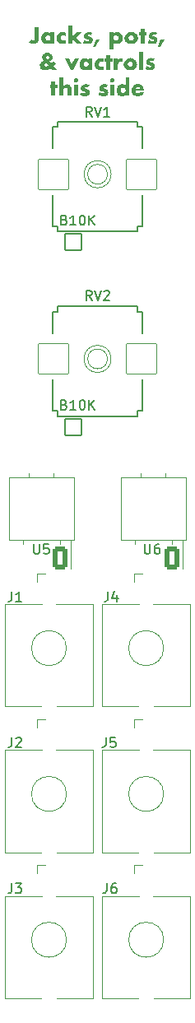
<source format=gbr>
%TF.GenerationSoftware,KiCad,Pcbnew,9.0.6*%
%TF.CreationDate,2025-12-14T16:09:08-05:00*%
%TF.ProjectId,active-vactrol-vca-board,61637469-7665-42d7-9661-6374726f6c2d,rev?*%
%TF.SameCoordinates,Original*%
%TF.FileFunction,Legend,Top*%
%TF.FilePolarity,Positive*%
%FSLAX46Y46*%
G04 Gerber Fmt 4.6, Leading zero omitted, Abs format (unit mm)*
G04 Created by KiCad (PCBNEW 9.0.6) date 2025-12-14 16:09:08*
%MOMM*%
%LPD*%
G01*
G04 APERTURE LIST*
G04 Aperture macros list*
%AMRoundRect*
0 Rectangle with rounded corners*
0 $1 Rounding radius*
0 $2 $3 $4 $5 $6 $7 $8 $9 X,Y pos of 4 corners*
0 Add a 4 corners polygon primitive as box body*
4,1,4,$2,$3,$4,$5,$6,$7,$8,$9,$2,$3,0*
0 Add four circle primitives for the rounded corners*
1,1,$1+$1,$2,$3*
1,1,$1+$1,$4,$5*
1,1,$1+$1,$6,$7*
1,1,$1+$1,$8,$9*
0 Add four rect primitives between the rounded corners*
20,1,$1+$1,$2,$3,$4,$5,0*
20,1,$1+$1,$4,$5,$6,$7,0*
20,1,$1+$1,$6,$7,$8,$9,0*
20,1,$1+$1,$8,$9,$2,$3,0*%
G04 Aperture macros list end*
%ADD10C,0.320000*%
%ADD11C,0.150000*%
%ADD12C,0.120000*%
%ADD13C,0.203200*%
%ADD14C,0.050800*%
%ADD15R,1.930000X1.830000*%
%ADD16C,2.130000*%
%ADD17RoundRect,0.076200X-0.825000X0.825000X-0.825000X-0.825000X0.825000X-0.825000X0.825000X0.825000X0*%
%ADD18C,1.802400*%
%ADD19RoundRect,0.076200X-1.558000X1.558000X-1.558000X-1.558000X1.558000X-1.558000X1.558000X1.558000X0*%
%ADD20RoundRect,0.249630X0.535370X-0.895370X0.535370X0.895370X-0.535370X0.895370X-0.535370X-0.895370X0*%
%ADD21O,1.570000X2.290000*%
%ADD22C,1.600000*%
%ADD23C,2.032000*%
G04 APERTURE END LIST*
D10*
G36*
X103948730Y-117860667D02*
G01*
X103948730Y-119035768D01*
X103940816Y-119172837D01*
X103930049Y-119233181D01*
X103915220Y-119280695D01*
X103880811Y-119349473D01*
X103835694Y-119412195D01*
X103781274Y-119467141D01*
X103718262Y-119513311D01*
X103648176Y-119550045D01*
X103569470Y-119578378D01*
X103486454Y-119596035D01*
X103398402Y-119602020D01*
X103294468Y-119592164D01*
X103200221Y-119563316D01*
X103113536Y-119515375D01*
X103032931Y-119446686D01*
X102957690Y-119354163D01*
X103244431Y-119060290D01*
X103263225Y-119131030D01*
X103293671Y-119181825D01*
X103336580Y-119215753D01*
X103387851Y-119226863D01*
X103438721Y-119216162D01*
X103475411Y-119185043D01*
X103500780Y-119127802D01*
X103511047Y-119031078D01*
X103511047Y-117860667D01*
X103948730Y-117860667D01*
G37*
G36*
X104902479Y-118373811D02*
G01*
X104995243Y-118402237D01*
X105078505Y-118448999D01*
X105153922Y-118515433D01*
X105153922Y-118401518D01*
X105560342Y-118401518D01*
X105560342Y-119552000D01*
X105153922Y-119552000D01*
X105153922Y-119424700D01*
X105083047Y-119496946D01*
X105002324Y-119547712D01*
X104909776Y-119578718D01*
X104802310Y-119589515D01*
X104680667Y-119577739D01*
X104571549Y-119543402D01*
X104472984Y-119487989D01*
X104387976Y-119414149D01*
X104318687Y-119324262D01*
X104265952Y-119218559D01*
X104233457Y-119102468D01*
X104222282Y-118973339D01*
X104641207Y-118973339D01*
X104646351Y-119028186D01*
X104661430Y-119078168D01*
X104685521Y-119123787D01*
X104716532Y-119162774D01*
X104754554Y-119194739D01*
X104799770Y-119219145D01*
X104849643Y-119234227D01*
X104904306Y-119239369D01*
X104957018Y-119234278D01*
X105006594Y-119219145D01*
X105051792Y-119194734D01*
X105089735Y-119162774D01*
X105121131Y-119124006D01*
X105146008Y-119079341D01*
X105162005Y-119030534D01*
X105167404Y-118977931D01*
X105162025Y-118925005D01*
X105146008Y-118875251D01*
X105121056Y-118829616D01*
X105089735Y-118790743D01*
X105051789Y-118758805D01*
X105006594Y-118734470D01*
X104957014Y-118719263D01*
X104904306Y-118714149D01*
X104849647Y-118719314D01*
X104799770Y-118734470D01*
X104754557Y-118758801D01*
X104716532Y-118790743D01*
X104685398Y-118829311D01*
X104661430Y-118873102D01*
X104646348Y-118920847D01*
X104641207Y-118973339D01*
X104222282Y-118973339D01*
X104233003Y-118852222D01*
X104264780Y-118738378D01*
X104316154Y-118633480D01*
X104383482Y-118543960D01*
X104466592Y-118469659D01*
X104564906Y-118412362D01*
X104636537Y-118385799D01*
X104713833Y-118369565D01*
X104797816Y-118364002D01*
X104902479Y-118373811D01*
G37*
G36*
X106704571Y-118773744D02*
G01*
X106631393Y-118732678D01*
X106560437Y-118709257D01*
X106490321Y-118701644D01*
X106433122Y-118706790D01*
X106380900Y-118721867D01*
X106333162Y-118746412D01*
X106291800Y-118779313D01*
X106257815Y-118819742D01*
X106232010Y-118867240D01*
X106216146Y-118920082D01*
X106210614Y-118981057D01*
X106216094Y-119039987D01*
X106232010Y-119092530D01*
X106257601Y-119140087D01*
X106290726Y-119180360D01*
X106331282Y-119213086D01*
X106379728Y-119237806D01*
X106432963Y-119252981D01*
X106490321Y-119258127D01*
X106564336Y-119249580D01*
X106635215Y-119223803D01*
X106704571Y-119179285D01*
X106704571Y-119524547D01*
X106602742Y-119561632D01*
X106508200Y-119582744D01*
X106419686Y-119589515D01*
X106296678Y-119578749D01*
X106180816Y-119546822D01*
X106073956Y-119494634D01*
X105981221Y-119424309D01*
X105903899Y-119337034D01*
X105843273Y-119233116D01*
X105814992Y-119157322D01*
X105797650Y-119074896D01*
X105791689Y-118984672D01*
X105797375Y-118894209D01*
X105813955Y-118810959D01*
X105841026Y-118733884D01*
X105899697Y-118627685D01*
X105975555Y-118538294D01*
X106068138Y-118465732D01*
X106178569Y-118410115D01*
X106299615Y-118375701D01*
X106430823Y-118364002D01*
X106528048Y-118371151D01*
X106618900Y-118392194D01*
X106704571Y-118427017D01*
X106704571Y-118773744D01*
G37*
G36*
X107395485Y-117688720D02*
G01*
X107395485Y-118816438D01*
X107821054Y-118401518D01*
X108376560Y-118401518D01*
X107800830Y-118932990D01*
X108410167Y-119552000D01*
X107841179Y-119552000D01*
X107395485Y-119083249D01*
X107395485Y-119552000D01*
X106989065Y-119552000D01*
X106989065Y-117688720D01*
X107395485Y-117688720D01*
G37*
G36*
X109348451Y-118697540D02*
G01*
X109271982Y-118664347D01*
X109198919Y-118645298D01*
X109128241Y-118639117D01*
X109075616Y-118645183D01*
X109037188Y-118661588D01*
X109010913Y-118688323D01*
X109002407Y-118722258D01*
X109007976Y-118754791D01*
X109032694Y-118778336D01*
X109088869Y-118798657D01*
X109186567Y-118821127D01*
X109295564Y-118851689D01*
X109377666Y-118892150D01*
X109438234Y-118941197D01*
X109483880Y-119003157D01*
X109511657Y-119075862D01*
X109521375Y-119162383D01*
X109511006Y-119259604D01*
X109481026Y-119344198D01*
X109432827Y-119418551D01*
X109368869Y-119480094D01*
X109291505Y-119528101D01*
X109196239Y-119565384D01*
X109092286Y-119587905D01*
X108974368Y-119595768D01*
X108860280Y-119587849D01*
X108746317Y-119563907D01*
X108631490Y-119523231D01*
X108514899Y-119464561D01*
X108662617Y-119178308D01*
X108780800Y-119246369D01*
X108887854Y-119283849D01*
X108986678Y-119295642D01*
X109039363Y-119289029D01*
X109078904Y-119270827D01*
X109106264Y-119242072D01*
X109114955Y-119207715D01*
X109109288Y-119170492D01*
X109085645Y-119143430D01*
X109032791Y-119120960D01*
X108941737Y-119099466D01*
X108817659Y-119066076D01*
X108732846Y-119027534D01*
X108677564Y-118985649D01*
X108636816Y-118930956D01*
X108611366Y-118862726D01*
X108602240Y-118777066D01*
X108611480Y-118683603D01*
X108638095Y-118602383D01*
X108681822Y-118530604D01*
X108741263Y-118470590D01*
X108814038Y-118423417D01*
X108903733Y-118387157D01*
X109002334Y-118365392D01*
X109115736Y-118357750D01*
X109241234Y-118365970D01*
X109364197Y-118390599D01*
X109485617Y-118432000D01*
X109348451Y-118697540D01*
G37*
G36*
X109849832Y-119120569D02*
G01*
X110230558Y-119120569D01*
X109818472Y-119864630D01*
X109558597Y-119864630D01*
X109849832Y-119120569D01*
G37*
G36*
X112085799Y-118369486D02*
G01*
X112161850Y-118385644D01*
X112233936Y-118412362D01*
X112333283Y-118469609D01*
X112418192Y-118543960D01*
X112487372Y-118633778D01*
X112540021Y-118739550D01*
X112572534Y-118854969D01*
X112583594Y-118980178D01*
X112572491Y-119105003D01*
X112540021Y-119218559D01*
X112487757Y-119322449D01*
X112419365Y-119411902D01*
X112335471Y-119485954D01*
X112237257Y-119542327D01*
X112128755Y-119577527D01*
X112009428Y-119589515D01*
X111904850Y-119579919D01*
X111811828Y-119552089D01*
X111728068Y-119506323D01*
X111651954Y-119441406D01*
X111651954Y-120127240D01*
X111245534Y-120127240D01*
X111245534Y-118977931D01*
X111640719Y-118977931D01*
X111645785Y-119030599D01*
X111660747Y-119079341D01*
X111684736Y-119123701D01*
X111716239Y-119161602D01*
X111754610Y-119193017D01*
X111799574Y-119217973D01*
X111848611Y-119233998D01*
X111900593Y-119239369D01*
X111952632Y-119234250D01*
X112000635Y-119219145D01*
X112044365Y-119194817D01*
X112081724Y-119162774D01*
X112112667Y-119124029D01*
X112137216Y-119079341D01*
X112153119Y-119030843D01*
X112158416Y-118980178D01*
X112153630Y-118927141D01*
X112139463Y-118877498D01*
X112116343Y-118832007D01*
X112085045Y-118792990D01*
X112046678Y-118760724D01*
X112001807Y-118735545D01*
X111952471Y-118719574D01*
X111898541Y-118714149D01*
X111846493Y-118719289D01*
X111798402Y-118734470D01*
X111754740Y-118758712D01*
X111717313Y-118790743D01*
X111686367Y-118829600D01*
X111661724Y-118875251D01*
X111646003Y-118924986D01*
X111640719Y-118977931D01*
X111245534Y-118977931D01*
X111245534Y-118401518D01*
X111651954Y-118401518D01*
X111651954Y-118528817D01*
X111722634Y-118456679D01*
X111803481Y-118405906D01*
X111896524Y-118374838D01*
X112004934Y-118364002D01*
X112085799Y-118369486D01*
G37*
G36*
X113604186Y-118369542D02*
G01*
X113734368Y-118403863D01*
X113853488Y-118459536D01*
X113953601Y-118531944D01*
X114010917Y-118590123D01*
X114058872Y-118655041D01*
X114097899Y-118727338D01*
X114126179Y-118804452D01*
X114143464Y-118887624D01*
X114149386Y-118977931D01*
X114143337Y-119068123D01*
X114125670Y-119151256D01*
X114096727Y-119228427D01*
X114034231Y-119334179D01*
X113952428Y-119423821D01*
X113888293Y-119473643D01*
X113815203Y-119515997D01*
X113732121Y-119550827D01*
X113599772Y-119584270D01*
X113453587Y-119595768D01*
X113309725Y-119584245D01*
X113180523Y-119550827D01*
X113099785Y-119516023D01*
X113028153Y-119473341D01*
X112964710Y-119422746D01*
X112908844Y-119363909D01*
X112861595Y-119297871D01*
X112822659Y-119223933D01*
X112794442Y-119145323D01*
X112777124Y-119059927D01*
X112771602Y-118973339D01*
X113198988Y-118973339D01*
X113204423Y-119029995D01*
X113220188Y-119080220D01*
X113244998Y-119125790D01*
X113276071Y-119164630D01*
X113313875Y-119196588D01*
X113358723Y-119220904D01*
X113407996Y-119236039D01*
X113460328Y-119241127D01*
X113512646Y-119236037D01*
X113561835Y-119220904D01*
X113606747Y-119196577D01*
X113644487Y-119164630D01*
X113675616Y-119125779D01*
X113700370Y-119080220D01*
X113716187Y-119030288D01*
X113721570Y-118975586D01*
X113716243Y-118922919D01*
X113700370Y-118873297D01*
X113675616Y-118827739D01*
X113644487Y-118788887D01*
X113606747Y-118756941D01*
X113561835Y-118732614D01*
X113512646Y-118717481D01*
X113460328Y-118712390D01*
X113407996Y-118717478D01*
X113358723Y-118732614D01*
X113313875Y-118756930D01*
X113276071Y-118788887D01*
X113244934Y-118827558D01*
X113220188Y-118872223D01*
X113204342Y-118920840D01*
X113198988Y-118973339D01*
X112771602Y-118973339D01*
X112771172Y-118966598D01*
X112776995Y-118882363D01*
X112794182Y-118802906D01*
X112822659Y-118727338D01*
X112884153Y-118623502D01*
X112965785Y-118534191D01*
X113064968Y-118461572D01*
X113183943Y-118404937D01*
X113269398Y-118379059D01*
X113361189Y-118363187D01*
X113460230Y-118357750D01*
X113604186Y-118369542D01*
G37*
G36*
X114839225Y-118739159D02*
G01*
X114839225Y-119552000D01*
X114432805Y-119552000D01*
X114432805Y-118739159D01*
X114301500Y-118739159D01*
X114301500Y-118401518D01*
X114432805Y-118401518D01*
X114432805Y-118057624D01*
X114839225Y-118057624D01*
X114839225Y-118401518D01*
X115070572Y-118401518D01*
X115070572Y-118739159D01*
X114839225Y-118739159D01*
G37*
G36*
X115999672Y-118697540D02*
G01*
X115923203Y-118664347D01*
X115850140Y-118645298D01*
X115779463Y-118639117D01*
X115726837Y-118645183D01*
X115688409Y-118661588D01*
X115662134Y-118688323D01*
X115653629Y-118722258D01*
X115659197Y-118754791D01*
X115683915Y-118778336D01*
X115740091Y-118798657D01*
X115837788Y-118821127D01*
X115946785Y-118851689D01*
X116028887Y-118892150D01*
X116089456Y-118941197D01*
X116135101Y-119003157D01*
X116162878Y-119075862D01*
X116172596Y-119162383D01*
X116162227Y-119259604D01*
X116132247Y-119344198D01*
X116084049Y-119418551D01*
X116020091Y-119480094D01*
X115942726Y-119528101D01*
X115847460Y-119565384D01*
X115743507Y-119587905D01*
X115625590Y-119595768D01*
X115511501Y-119587849D01*
X115397538Y-119563907D01*
X115282711Y-119523231D01*
X115166120Y-119464561D01*
X115313838Y-119178308D01*
X115432021Y-119246369D01*
X115539075Y-119283849D01*
X115637899Y-119295642D01*
X115690584Y-119289029D01*
X115730125Y-119270827D01*
X115757485Y-119242072D01*
X115766176Y-119207715D01*
X115760509Y-119170492D01*
X115736867Y-119143430D01*
X115684012Y-119120960D01*
X115592959Y-119099466D01*
X115468881Y-119066076D01*
X115384067Y-119027534D01*
X115328786Y-118985649D01*
X115288037Y-118930956D01*
X115262587Y-118862726D01*
X115253461Y-118777066D01*
X115262701Y-118683603D01*
X115289316Y-118602383D01*
X115333043Y-118530604D01*
X115392484Y-118470590D01*
X115465260Y-118423417D01*
X115554955Y-118387157D01*
X115653555Y-118365392D01*
X115766957Y-118357750D01*
X115892455Y-118365970D01*
X116015418Y-118390599D01*
X116136839Y-118432000D01*
X115999672Y-118697540D01*
G37*
G36*
X116501054Y-119120569D02*
G01*
X116881779Y-119120569D01*
X116469693Y-119864630D01*
X116209818Y-119864630D01*
X116501054Y-119120569D01*
G37*
G36*
X104941885Y-120510725D02*
G01*
X105041667Y-120536650D01*
X105132748Y-120578951D01*
X105209218Y-120634347D01*
X105272282Y-120702777D01*
X105319323Y-120781577D01*
X105348703Y-120868766D01*
X105358695Y-120964661D01*
X105354574Y-121030246D01*
X105342868Y-121087173D01*
X105321878Y-121140106D01*
X105289721Y-121190537D01*
X105248054Y-121236536D01*
X105192610Y-121282665D01*
X105128543Y-121325060D01*
X105044696Y-121371472D01*
X105258751Y-121595980D01*
X105385480Y-121467127D01*
X105479644Y-121353496D01*
X105728283Y-121593440D01*
X105642016Y-121697683D01*
X105531130Y-121808569D01*
X105497620Y-121840027D01*
X105873852Y-122242735D01*
X105327041Y-122242735D01*
X105177955Y-122087397D01*
X105019788Y-122180376D01*
X104871667Y-122242823D01*
X104731683Y-122278501D01*
X104597829Y-122290020D01*
X104482519Y-122280754D01*
X104380649Y-122254068D01*
X104288037Y-122210346D01*
X104210460Y-122153049D01*
X104146630Y-122082053D01*
X104098402Y-121999176D01*
X104068406Y-121907144D01*
X104058150Y-121804954D01*
X104063548Y-121732365D01*
X104514591Y-121732365D01*
X104518527Y-121767123D01*
X104530125Y-121798604D01*
X104548513Y-121826638D01*
X104572428Y-121850188D01*
X104633587Y-121883796D01*
X104669057Y-121892960D01*
X104708129Y-121896106D01*
X104780348Y-121888454D01*
X104856203Y-121864570D01*
X104937229Y-121822149D01*
X104672568Y-121534822D01*
X104594868Y-121591546D01*
X104547380Y-121642368D01*
X104522333Y-121688634D01*
X104514591Y-121732365D01*
X104063548Y-121732365D01*
X104064927Y-121713826D01*
X104083942Y-121637599D01*
X104118033Y-121567561D01*
X104172554Y-121497306D01*
X104222404Y-121449143D01*
X104276894Y-121408597D01*
X104417090Y-121333272D01*
X104464277Y-121310900D01*
X104434577Y-121277194D01*
X104372831Y-121190052D01*
X104332164Y-121109883D01*
X104309307Y-121035288D01*
X104302002Y-120964759D01*
X104304291Y-120943265D01*
X104720928Y-120943265D01*
X104731427Y-120993968D01*
X104770271Y-121065850D01*
X104852526Y-121167773D01*
X104927075Y-121113745D01*
X104974234Y-121061308D01*
X105000192Y-121009580D01*
X105008548Y-120956748D01*
X104998197Y-120898014D01*
X104967320Y-120847913D01*
X104937272Y-120822376D01*
X104902480Y-120807161D01*
X104861416Y-120801898D01*
X104805889Y-120812152D01*
X104761081Y-120842344D01*
X104731128Y-120887345D01*
X104720928Y-120943265D01*
X104304291Y-120943265D01*
X104312226Y-120868750D01*
X104342449Y-120780502D01*
X104390535Y-120700895D01*
X104453726Y-120633272D01*
X104530118Y-120578722D01*
X104621277Y-120536650D01*
X104720773Y-120510681D01*
X104830349Y-120501772D01*
X104941885Y-120510725D01*
G37*
G36*
X107091158Y-121089518D02*
G01*
X107364515Y-121679316D01*
X107642268Y-121089518D01*
X108094703Y-121089518D01*
X107496601Y-122240000D01*
X107225589Y-122240000D01*
X106634229Y-121089518D01*
X107091158Y-121089518D01*
G37*
G36*
X108811927Y-121061811D02*
G01*
X108904691Y-121090237D01*
X108987954Y-121136999D01*
X109063370Y-121203433D01*
X109063370Y-121089518D01*
X109469790Y-121089518D01*
X109469790Y-122240000D01*
X109063370Y-122240000D01*
X109063370Y-122112700D01*
X108992495Y-122184946D01*
X108911772Y-122235712D01*
X108819225Y-122266718D01*
X108711758Y-122277515D01*
X108590115Y-122265739D01*
X108480998Y-122231402D01*
X108382432Y-122175989D01*
X108297425Y-122102149D01*
X108228136Y-122012262D01*
X108175401Y-121906559D01*
X108142906Y-121790468D01*
X108131730Y-121661339D01*
X108550656Y-121661339D01*
X108555799Y-121716186D01*
X108570879Y-121766168D01*
X108594970Y-121811787D01*
X108625980Y-121850774D01*
X108664002Y-121882739D01*
X108709218Y-121907145D01*
X108759091Y-121922227D01*
X108813754Y-121927369D01*
X108866467Y-121922278D01*
X108916043Y-121907145D01*
X108961241Y-121882734D01*
X108999183Y-121850774D01*
X109030579Y-121812006D01*
X109055457Y-121767341D01*
X109071453Y-121718534D01*
X109076852Y-121665931D01*
X109071473Y-121613005D01*
X109055457Y-121563251D01*
X109030504Y-121517616D01*
X108999183Y-121478743D01*
X108961237Y-121446805D01*
X108916043Y-121422470D01*
X108866462Y-121407263D01*
X108813754Y-121402149D01*
X108759096Y-121407314D01*
X108709218Y-121422470D01*
X108664006Y-121446801D01*
X108625980Y-121478743D01*
X108594846Y-121517311D01*
X108570879Y-121561102D01*
X108555797Y-121608847D01*
X108550656Y-121661339D01*
X108131730Y-121661339D01*
X108142452Y-121540222D01*
X108174229Y-121426378D01*
X108225603Y-121321480D01*
X108292931Y-121231960D01*
X108376041Y-121157659D01*
X108474354Y-121100362D01*
X108545985Y-121073799D01*
X108623282Y-121057565D01*
X108707264Y-121052002D01*
X108811927Y-121061811D01*
G37*
G36*
X110614019Y-121461744D02*
G01*
X110540841Y-121420678D01*
X110469886Y-121397257D01*
X110399769Y-121389644D01*
X110342570Y-121394790D01*
X110290349Y-121409867D01*
X110242610Y-121434412D01*
X110201249Y-121467313D01*
X110167264Y-121507742D01*
X110141458Y-121555240D01*
X110125594Y-121608082D01*
X110120062Y-121669057D01*
X110125542Y-121727987D01*
X110141458Y-121780530D01*
X110167050Y-121828087D01*
X110200174Y-121868360D01*
X110240730Y-121901086D01*
X110289176Y-121925806D01*
X110342411Y-121940981D01*
X110399769Y-121946127D01*
X110473784Y-121937580D01*
X110544664Y-121911803D01*
X110614019Y-121867285D01*
X110614019Y-122212547D01*
X110512191Y-122249632D01*
X110417648Y-122270744D01*
X110329134Y-122277515D01*
X110206127Y-122266749D01*
X110090265Y-122234822D01*
X109983405Y-122182634D01*
X109890670Y-122112309D01*
X109813348Y-122025034D01*
X109752721Y-121921116D01*
X109724441Y-121845322D01*
X109707098Y-121762896D01*
X109701137Y-121672672D01*
X109706823Y-121582209D01*
X109723403Y-121498959D01*
X109750474Y-121421884D01*
X109809146Y-121315685D01*
X109885003Y-121226294D01*
X109977586Y-121153732D01*
X110088018Y-121098115D01*
X110209064Y-121063701D01*
X110340272Y-121052002D01*
X110437497Y-121059151D01*
X110528348Y-121080194D01*
X110614019Y-121115017D01*
X110614019Y-121461744D01*
G37*
G36*
X111292428Y-121427159D02*
G01*
X111292428Y-122240000D01*
X110886008Y-122240000D01*
X110886008Y-121427159D01*
X110754703Y-121427159D01*
X110754703Y-121089518D01*
X110886008Y-121089518D01*
X110886008Y-120745624D01*
X111292428Y-120745624D01*
X111292428Y-121089518D01*
X111523775Y-121089518D01*
X111523775Y-121427159D01*
X111292428Y-121427159D01*
G37*
G36*
X111676964Y-121089518D02*
G01*
X112083384Y-121089518D01*
X112083384Y-121279148D01*
X112130871Y-121214012D01*
X112183688Y-121161362D01*
X112242142Y-121119902D01*
X112306860Y-121089634D01*
X112379426Y-121070983D01*
X112461472Y-121064508D01*
X112496155Y-121064508D01*
X112539825Y-121069099D01*
X112539825Y-121459399D01*
X112456330Y-121429315D01*
X112365240Y-121419148D01*
X112275051Y-121429466D01*
X112206299Y-121457849D01*
X112153824Y-121503070D01*
X112116684Y-121563035D01*
X112092383Y-121642752D01*
X112083384Y-121747997D01*
X112083384Y-122240000D01*
X111676964Y-122240000D01*
X111676964Y-121089518D01*
G37*
G36*
X113518212Y-121057542D02*
G01*
X113648395Y-121091863D01*
X113767515Y-121147536D01*
X113867627Y-121219944D01*
X113924943Y-121278123D01*
X113972899Y-121343041D01*
X114011926Y-121415338D01*
X114040205Y-121492452D01*
X114057490Y-121575624D01*
X114063412Y-121665931D01*
X114057364Y-121756123D01*
X114039696Y-121839256D01*
X114010753Y-121916427D01*
X113948258Y-122022179D01*
X113866455Y-122111821D01*
X113802319Y-122161643D01*
X113729229Y-122203997D01*
X113646148Y-122238827D01*
X113513798Y-122272270D01*
X113367613Y-122283768D01*
X113223751Y-122272245D01*
X113094550Y-122238827D01*
X113013811Y-122204023D01*
X112942179Y-122161341D01*
X112878737Y-122110746D01*
X112822871Y-122051909D01*
X112775621Y-121985871D01*
X112736685Y-121911933D01*
X112708468Y-121833323D01*
X112691151Y-121747927D01*
X112685629Y-121661339D01*
X113113014Y-121661339D01*
X113118449Y-121717995D01*
X113134215Y-121768220D01*
X113159025Y-121813790D01*
X113190097Y-121852630D01*
X113227902Y-121884588D01*
X113272749Y-121908904D01*
X113322022Y-121924039D01*
X113374354Y-121929127D01*
X113426673Y-121924037D01*
X113475861Y-121908904D01*
X113520773Y-121884577D01*
X113558513Y-121852630D01*
X113589642Y-121813779D01*
X113614396Y-121768220D01*
X113630214Y-121718288D01*
X113635596Y-121663586D01*
X113630269Y-121610919D01*
X113614396Y-121561297D01*
X113589642Y-121515739D01*
X113558513Y-121476887D01*
X113520773Y-121444941D01*
X113475861Y-121420614D01*
X113426673Y-121405481D01*
X113374354Y-121400390D01*
X113322022Y-121405478D01*
X113272749Y-121420614D01*
X113227902Y-121444930D01*
X113190097Y-121476887D01*
X113158961Y-121515558D01*
X113134215Y-121560223D01*
X113118368Y-121608840D01*
X113113014Y-121661339D01*
X112685629Y-121661339D01*
X112685199Y-121654598D01*
X112691021Y-121570363D01*
X112708208Y-121490906D01*
X112736685Y-121415338D01*
X112798179Y-121311502D01*
X112879811Y-121222191D01*
X112978994Y-121149572D01*
X113097969Y-121092937D01*
X113183424Y-121067059D01*
X113275215Y-121051187D01*
X113374256Y-121045750D01*
X113518212Y-121057542D01*
G37*
G36*
X114703231Y-120376720D02*
G01*
X114703231Y-122240000D01*
X114296811Y-122240000D01*
X114296811Y-120376720D01*
X114703231Y-120376720D01*
G37*
G36*
X115744878Y-121385540D02*
G01*
X115668409Y-121352347D01*
X115595346Y-121333298D01*
X115524668Y-121327117D01*
X115472043Y-121333183D01*
X115433614Y-121349588D01*
X115407340Y-121376323D01*
X115398834Y-121410258D01*
X115404403Y-121442791D01*
X115429120Y-121466336D01*
X115485296Y-121486657D01*
X115582993Y-121509127D01*
X115691990Y-121539689D01*
X115774092Y-121580150D01*
X115834661Y-121629197D01*
X115880307Y-121691157D01*
X115908084Y-121763862D01*
X115917801Y-121850383D01*
X115907433Y-121947604D01*
X115877453Y-122032198D01*
X115829254Y-122106551D01*
X115765296Y-122168094D01*
X115687932Y-122216101D01*
X115592665Y-122253384D01*
X115488713Y-122275905D01*
X115370795Y-122283768D01*
X115256707Y-122275849D01*
X115142743Y-122251907D01*
X115027917Y-122211231D01*
X114911326Y-122152561D01*
X115059044Y-121866308D01*
X115177227Y-121934369D01*
X115284281Y-121971849D01*
X115383105Y-121983642D01*
X115435790Y-121977029D01*
X115475331Y-121958827D01*
X115502691Y-121930072D01*
X115511381Y-121895715D01*
X115505715Y-121858492D01*
X115482072Y-121831430D01*
X115429218Y-121808960D01*
X115338164Y-121787466D01*
X115214086Y-121754076D01*
X115129273Y-121715534D01*
X115073991Y-121673649D01*
X115033243Y-121618956D01*
X115007793Y-121550726D01*
X114998667Y-121465066D01*
X115007907Y-121371603D01*
X115034522Y-121290383D01*
X115078249Y-121218604D01*
X115137690Y-121158590D01*
X115210465Y-121111417D01*
X115300160Y-121075157D01*
X115398761Y-121053392D01*
X115512163Y-121045750D01*
X115637661Y-121053970D01*
X115760624Y-121078599D01*
X115882044Y-121120000D01*
X115744878Y-121385540D01*
G37*
G36*
X105658820Y-124115159D02*
G01*
X105658820Y-124928000D01*
X105252400Y-124928000D01*
X105252400Y-124115159D01*
X105121095Y-124115159D01*
X105121095Y-123777518D01*
X105252400Y-123777518D01*
X105252400Y-123433624D01*
X105658820Y-123433624D01*
X105658820Y-123777518D01*
X105890167Y-123777518D01*
X105890167Y-124115159D01*
X105658820Y-124115159D01*
G37*
G36*
X106094941Y-123064720D02*
G01*
X106501361Y-123064720D01*
X106501361Y-123924064D01*
X106560408Y-123860374D01*
X106616143Y-123815978D01*
X106669302Y-123787483D01*
X106759041Y-123761738D01*
X106868800Y-123752508D01*
X106977159Y-123761053D01*
X107065626Y-123784830D01*
X107137955Y-123822090D01*
X107196964Y-123872577D01*
X107244090Y-123935424D01*
X107278575Y-124008937D01*
X107300272Y-124095161D01*
X107307948Y-124196736D01*
X107307948Y-124928000D01*
X106901528Y-124928000D01*
X106901528Y-124348362D01*
X106897742Y-124265330D01*
X106888046Y-124207483D01*
X106869424Y-124158543D01*
X106843301Y-124124636D01*
X106805305Y-124098651D01*
X106762588Y-124083027D01*
X106713754Y-124077644D01*
X106647878Y-124085122D01*
X106596440Y-124105884D01*
X106556071Y-124139193D01*
X106526951Y-124183352D01*
X106508217Y-124240650D01*
X106501361Y-124314852D01*
X106501361Y-124928000D01*
X106094941Y-124928000D01*
X106094941Y-123064720D01*
G37*
G36*
X107987920Y-123777518D02*
G01*
X107987920Y-124928000D01*
X107581500Y-124928000D01*
X107581500Y-123777518D01*
X107987920Y-123777518D01*
G37*
G36*
X107556490Y-123336709D02*
G01*
X107561006Y-123290904D01*
X107574368Y-123248390D01*
X107595724Y-123209396D01*
X107623608Y-123175606D01*
X107657409Y-123147667D01*
X107696392Y-123126367D01*
X107738976Y-123113000D01*
X107784710Y-123108488D01*
X107830515Y-123113004D01*
X107873028Y-123126367D01*
X107911994Y-123147671D01*
X107945715Y-123175606D01*
X107973654Y-123209407D01*
X107994954Y-123248390D01*
X108008391Y-123290908D01*
X108012931Y-123336709D01*
X108008393Y-123382523D01*
X107994954Y-123425124D01*
X107973660Y-123464026D01*
X107945715Y-123497811D01*
X107912005Y-123525690D01*
X107873028Y-123547050D01*
X107830515Y-123560413D01*
X107784710Y-123564929D01*
X107738976Y-123560417D01*
X107696392Y-123547050D01*
X107657398Y-123525694D01*
X107623608Y-123497811D01*
X107595719Y-123464036D01*
X107574368Y-123425124D01*
X107561004Y-123382527D01*
X107556490Y-123336709D01*
G37*
G36*
X109029567Y-124073540D02*
G01*
X108953098Y-124040347D01*
X108880036Y-124021298D01*
X108809358Y-124015117D01*
X108756732Y-124021183D01*
X108718304Y-124037588D01*
X108692030Y-124064323D01*
X108683524Y-124098258D01*
X108689093Y-124130791D01*
X108713810Y-124154336D01*
X108769986Y-124174657D01*
X108867683Y-124197127D01*
X108976680Y-124227689D01*
X109058782Y-124268150D01*
X109119351Y-124317197D01*
X109164996Y-124379157D01*
X109192774Y-124451862D01*
X109202491Y-124538383D01*
X109192123Y-124635604D01*
X109162142Y-124720198D01*
X109113944Y-124794551D01*
X109049986Y-124856094D01*
X108972622Y-124904101D01*
X108877355Y-124941384D01*
X108773403Y-124963905D01*
X108655485Y-124971768D01*
X108541396Y-124963849D01*
X108427433Y-124939907D01*
X108312606Y-124899231D01*
X108196015Y-124840561D01*
X108343733Y-124554308D01*
X108461917Y-124622369D01*
X108568970Y-124659849D01*
X108667795Y-124671642D01*
X108720480Y-124665029D01*
X108760021Y-124646827D01*
X108787380Y-124618072D01*
X108796071Y-124583715D01*
X108790405Y-124546492D01*
X108766762Y-124519430D01*
X108713908Y-124496960D01*
X108622854Y-124475466D01*
X108498776Y-124442076D01*
X108413962Y-124403534D01*
X108358681Y-124361649D01*
X108317932Y-124306956D01*
X108292483Y-124238726D01*
X108283356Y-124153066D01*
X108292596Y-124059603D01*
X108319211Y-123978383D01*
X108362938Y-123906604D01*
X108422379Y-123846590D01*
X108495155Y-123799417D01*
X108584850Y-123763157D01*
X108683450Y-123741392D01*
X108796853Y-123733750D01*
X108922351Y-123741970D01*
X109045314Y-123766599D01*
X109166734Y-123808000D01*
X109029567Y-124073540D01*
G37*
G36*
X110930363Y-124073540D02*
G01*
X110853894Y-124040347D01*
X110780831Y-124021298D01*
X110710153Y-124015117D01*
X110657528Y-124021183D01*
X110619100Y-124037588D01*
X110592825Y-124064323D01*
X110584319Y-124098258D01*
X110589888Y-124130791D01*
X110614606Y-124154336D01*
X110670781Y-124174657D01*
X110768479Y-124197127D01*
X110877476Y-124227689D01*
X110959578Y-124268150D01*
X111020146Y-124317197D01*
X111065792Y-124379157D01*
X111093569Y-124451862D01*
X111103287Y-124538383D01*
X111092918Y-124635604D01*
X111062938Y-124720198D01*
X111014739Y-124794551D01*
X110950781Y-124856094D01*
X110873417Y-124904101D01*
X110778151Y-124941384D01*
X110674198Y-124963905D01*
X110556280Y-124971768D01*
X110442192Y-124963849D01*
X110328229Y-124939907D01*
X110213402Y-124899231D01*
X110096811Y-124840561D01*
X110244529Y-124554308D01*
X110362712Y-124622369D01*
X110469766Y-124659849D01*
X110568590Y-124671642D01*
X110621275Y-124665029D01*
X110660816Y-124646827D01*
X110688176Y-124618072D01*
X110696867Y-124583715D01*
X110691200Y-124546492D01*
X110667557Y-124519430D01*
X110614703Y-124496960D01*
X110523650Y-124475466D01*
X110399571Y-124442076D01*
X110314758Y-124403534D01*
X110259476Y-124361649D01*
X110218728Y-124306956D01*
X110193278Y-124238726D01*
X110184152Y-124153066D01*
X110193392Y-124059603D01*
X110220007Y-123978383D01*
X110263734Y-123906604D01*
X110323175Y-123846590D01*
X110395950Y-123799417D01*
X110485645Y-123763157D01*
X110584246Y-123741392D01*
X110697648Y-123733750D01*
X110823146Y-123741970D01*
X110946109Y-123766599D01*
X111067529Y-123808000D01*
X110930363Y-124073540D01*
G37*
G36*
X111711354Y-123777518D02*
G01*
X111711354Y-124928000D01*
X111304934Y-124928000D01*
X111304934Y-123777518D01*
X111711354Y-123777518D01*
G37*
G36*
X111279923Y-123336709D02*
G01*
X111284439Y-123290904D01*
X111297802Y-123248390D01*
X111319158Y-123209396D01*
X111347041Y-123175606D01*
X111380842Y-123147667D01*
X111419825Y-123126367D01*
X111462409Y-123113000D01*
X111508144Y-123108488D01*
X111553949Y-123113004D01*
X111596462Y-123126367D01*
X111635427Y-123147671D01*
X111669148Y-123175606D01*
X111697088Y-123209407D01*
X111718388Y-123248390D01*
X111731824Y-123290908D01*
X111736364Y-123336709D01*
X111731826Y-123382523D01*
X111718388Y-123425124D01*
X111697094Y-123464026D01*
X111669148Y-123497811D01*
X111635438Y-123525690D01*
X111596462Y-123547050D01*
X111553949Y-123560413D01*
X111508144Y-123564929D01*
X111462409Y-123560417D01*
X111419825Y-123547050D01*
X111380831Y-123525694D01*
X111347041Y-123497811D01*
X111319152Y-123464036D01*
X111297802Y-123425124D01*
X111284437Y-123382527D01*
X111279923Y-123336709D01*
G37*
G36*
X113282324Y-124928000D02*
G01*
X112875904Y-124928000D01*
X112875904Y-124800700D01*
X112805029Y-124872946D01*
X112724305Y-124923712D01*
X112631758Y-124954718D01*
X112524292Y-124965515D01*
X112441695Y-124960111D01*
X112365083Y-124944291D01*
X112293531Y-124918327D01*
X112194920Y-124862002D01*
X112109958Y-124787902D01*
X112040669Y-124698015D01*
X111987934Y-124592312D01*
X111955392Y-124476511D01*
X111944264Y-124349339D01*
X112363189Y-124349339D01*
X112368333Y-124404186D01*
X112383412Y-124454168D01*
X112407503Y-124499787D01*
X112438513Y-124538774D01*
X112476536Y-124570739D01*
X112521751Y-124595145D01*
X112571624Y-124610227D01*
X112626287Y-124615369D01*
X112679000Y-124610278D01*
X112728576Y-124595145D01*
X112773774Y-124570734D01*
X112811717Y-124538774D01*
X112843113Y-124500006D01*
X112867990Y-124455341D01*
X112883987Y-124406534D01*
X112889386Y-124353931D01*
X112884006Y-124301005D01*
X112867990Y-124251251D01*
X112843038Y-124205616D01*
X112811717Y-124166743D01*
X112773771Y-124134805D01*
X112728576Y-124110470D01*
X112678996Y-124095263D01*
X112626287Y-124090149D01*
X112573579Y-124095263D01*
X112523998Y-124110470D01*
X112478786Y-124134801D01*
X112440760Y-124166743D01*
X112409388Y-124205268D01*
X112384585Y-124249102D01*
X112368615Y-124296905D01*
X112363189Y-124349339D01*
X111944264Y-124349339D01*
X111954722Y-124228177D01*
X111985687Y-124114378D01*
X112036153Y-124009521D01*
X112103217Y-123919960D01*
X112186501Y-123845726D01*
X112285715Y-123788362D01*
X112358103Y-123761767D01*
X112435806Y-123745547D01*
X112519797Y-123740002D01*
X112624523Y-123749753D01*
X112717312Y-123778003D01*
X112800553Y-123824443D01*
X112875904Y-123890358D01*
X112875904Y-123064720D01*
X113282324Y-123064720D01*
X113282324Y-124928000D01*
G37*
G36*
X114292777Y-123745150D02*
G01*
X114413950Y-123777616D01*
X114488533Y-123811688D01*
X114553894Y-123853975D01*
X114611005Y-123904622D01*
X114659864Y-123963274D01*
X114700892Y-124030717D01*
X114734103Y-124108027D01*
X114765600Y-124232984D01*
X114776699Y-124378844D01*
X114776699Y-124421538D01*
X113926343Y-124421538D01*
X113934362Y-124507881D01*
X113955962Y-124572283D01*
X113989085Y-124619938D01*
X114034048Y-124654206D01*
X114093474Y-124676111D01*
X114171856Y-124684147D01*
X114235060Y-124677080D01*
X114287866Y-124656931D01*
X114332582Y-124623904D01*
X114370474Y-124576387D01*
X114761068Y-124576387D01*
X114719331Y-124682389D01*
X114664926Y-124769070D01*
X114597940Y-124839275D01*
X114517298Y-124894756D01*
X114420849Y-124936036D01*
X114305533Y-124962365D01*
X114167557Y-124971768D01*
X114026186Y-124960468D01*
X113901040Y-124927902D01*
X113787704Y-124874151D01*
X113693922Y-124803240D01*
X113617768Y-124714838D01*
X113560663Y-124609995D01*
X113534989Y-124533774D01*
X113519140Y-124450293D01*
X113513670Y-124358425D01*
X113518903Y-124263301D01*
X113532834Y-124183938D01*
X113937481Y-124183938D01*
X114399490Y-124183938D01*
X114380989Y-124130318D01*
X114353536Y-124085364D01*
X114316839Y-124047748D01*
X114272823Y-124019483D01*
X114222791Y-124002314D01*
X114165115Y-123996360D01*
X114104401Y-124002244D01*
X114054152Y-124018841D01*
X114012219Y-124045501D01*
X113978346Y-124081748D01*
X113953395Y-124127217D01*
X113937481Y-124183938D01*
X113532834Y-124183938D01*
X113534025Y-124177150D01*
X113558416Y-124098844D01*
X113593028Y-124024699D01*
X113635546Y-123959480D01*
X113686106Y-123902277D01*
X113776646Y-123831275D01*
X113886483Y-123777616D01*
X114008948Y-123745169D01*
X114151926Y-123733750D01*
X114292777Y-123745150D01*
G37*
D11*
X101166666Y-175954819D02*
X101166666Y-176669104D01*
X101166666Y-176669104D02*
X101119047Y-176811961D01*
X101119047Y-176811961D02*
X101023809Y-176907200D01*
X101023809Y-176907200D02*
X100880952Y-176954819D01*
X100880952Y-176954819D02*
X100785714Y-176954819D01*
X102166666Y-176954819D02*
X101595238Y-176954819D01*
X101880952Y-176954819D02*
X101880952Y-175954819D01*
X101880952Y-175954819D02*
X101785714Y-176097676D01*
X101785714Y-176097676D02*
X101690476Y-176192914D01*
X101690476Y-176192914D02*
X101595238Y-176240533D01*
X101166666Y-205954819D02*
X101166666Y-206669104D01*
X101166666Y-206669104D02*
X101119047Y-206811961D01*
X101119047Y-206811961D02*
X101023809Y-206907200D01*
X101023809Y-206907200D02*
X100880952Y-206954819D01*
X100880952Y-206954819D02*
X100785714Y-206954819D01*
X101547619Y-205954819D02*
X102166666Y-205954819D01*
X102166666Y-205954819D02*
X101833333Y-206335771D01*
X101833333Y-206335771D02*
X101976190Y-206335771D01*
X101976190Y-206335771D02*
X102071428Y-206383390D01*
X102071428Y-206383390D02*
X102119047Y-206431009D01*
X102119047Y-206431009D02*
X102166666Y-206526247D01*
X102166666Y-206526247D02*
X102166666Y-206764342D01*
X102166666Y-206764342D02*
X102119047Y-206859580D01*
X102119047Y-206859580D02*
X102071428Y-206907200D01*
X102071428Y-206907200D02*
X101976190Y-206954819D01*
X101976190Y-206954819D02*
X101690476Y-206954819D01*
X101690476Y-206954819D02*
X101595238Y-206907200D01*
X101595238Y-206907200D02*
X101547619Y-206859580D01*
X101166666Y-190954819D02*
X101166666Y-191669104D01*
X101166666Y-191669104D02*
X101119047Y-191811961D01*
X101119047Y-191811961D02*
X101023809Y-191907200D01*
X101023809Y-191907200D02*
X100880952Y-191954819D01*
X100880952Y-191954819D02*
X100785714Y-191954819D01*
X101595238Y-191050057D02*
X101642857Y-191002438D01*
X101642857Y-191002438D02*
X101738095Y-190954819D01*
X101738095Y-190954819D02*
X101976190Y-190954819D01*
X101976190Y-190954819D02*
X102071428Y-191002438D01*
X102071428Y-191002438D02*
X102119047Y-191050057D01*
X102119047Y-191050057D02*
X102166666Y-191145295D01*
X102166666Y-191145295D02*
X102166666Y-191240533D01*
X102166666Y-191240533D02*
X102119047Y-191383390D01*
X102119047Y-191383390D02*
X101547619Y-191954819D01*
X101547619Y-191954819D02*
X102166666Y-191954819D01*
X109404761Y-145969819D02*
X109071428Y-145493628D01*
X108833333Y-145969819D02*
X108833333Y-144969819D01*
X108833333Y-144969819D02*
X109214285Y-144969819D01*
X109214285Y-144969819D02*
X109309523Y-145017438D01*
X109309523Y-145017438D02*
X109357142Y-145065057D01*
X109357142Y-145065057D02*
X109404761Y-145160295D01*
X109404761Y-145160295D02*
X109404761Y-145303152D01*
X109404761Y-145303152D02*
X109357142Y-145398390D01*
X109357142Y-145398390D02*
X109309523Y-145446009D01*
X109309523Y-145446009D02*
X109214285Y-145493628D01*
X109214285Y-145493628D02*
X108833333Y-145493628D01*
X109690476Y-144969819D02*
X110023809Y-145969819D01*
X110023809Y-145969819D02*
X110357142Y-144969819D01*
X110642857Y-145065057D02*
X110690476Y-145017438D01*
X110690476Y-145017438D02*
X110785714Y-144969819D01*
X110785714Y-144969819D02*
X111023809Y-144969819D01*
X111023809Y-144969819D02*
X111119047Y-145017438D01*
X111119047Y-145017438D02*
X111166666Y-145065057D01*
X111166666Y-145065057D02*
X111214285Y-145160295D01*
X111214285Y-145160295D02*
X111214285Y-145255533D01*
X111214285Y-145255533D02*
X111166666Y-145398390D01*
X111166666Y-145398390D02*
X110595238Y-145969819D01*
X110595238Y-145969819D02*
X111214285Y-145969819D01*
X106570112Y-156696009D02*
X106712969Y-156743628D01*
X106712969Y-156743628D02*
X106760588Y-156791247D01*
X106760588Y-156791247D02*
X106808207Y-156886485D01*
X106808207Y-156886485D02*
X106808207Y-157029342D01*
X106808207Y-157029342D02*
X106760588Y-157124580D01*
X106760588Y-157124580D02*
X106712969Y-157172200D01*
X106712969Y-157172200D02*
X106617731Y-157219819D01*
X106617731Y-157219819D02*
X106236779Y-157219819D01*
X106236779Y-157219819D02*
X106236779Y-156219819D01*
X106236779Y-156219819D02*
X106570112Y-156219819D01*
X106570112Y-156219819D02*
X106665350Y-156267438D01*
X106665350Y-156267438D02*
X106712969Y-156315057D01*
X106712969Y-156315057D02*
X106760588Y-156410295D01*
X106760588Y-156410295D02*
X106760588Y-156505533D01*
X106760588Y-156505533D02*
X106712969Y-156600771D01*
X106712969Y-156600771D02*
X106665350Y-156648390D01*
X106665350Y-156648390D02*
X106570112Y-156696009D01*
X106570112Y-156696009D02*
X106236779Y-156696009D01*
X107760588Y-157219819D02*
X107189160Y-157219819D01*
X107474874Y-157219819D02*
X107474874Y-156219819D01*
X107474874Y-156219819D02*
X107379636Y-156362676D01*
X107379636Y-156362676D02*
X107284398Y-156457914D01*
X107284398Y-156457914D02*
X107189160Y-156505533D01*
X108379636Y-156219819D02*
X108474874Y-156219819D01*
X108474874Y-156219819D02*
X108570112Y-156267438D01*
X108570112Y-156267438D02*
X108617731Y-156315057D01*
X108617731Y-156315057D02*
X108665350Y-156410295D01*
X108665350Y-156410295D02*
X108712969Y-156600771D01*
X108712969Y-156600771D02*
X108712969Y-156838866D01*
X108712969Y-156838866D02*
X108665350Y-157029342D01*
X108665350Y-157029342D02*
X108617731Y-157124580D01*
X108617731Y-157124580D02*
X108570112Y-157172200D01*
X108570112Y-157172200D02*
X108474874Y-157219819D01*
X108474874Y-157219819D02*
X108379636Y-157219819D01*
X108379636Y-157219819D02*
X108284398Y-157172200D01*
X108284398Y-157172200D02*
X108236779Y-157124580D01*
X108236779Y-157124580D02*
X108189160Y-157029342D01*
X108189160Y-157029342D02*
X108141541Y-156838866D01*
X108141541Y-156838866D02*
X108141541Y-156600771D01*
X108141541Y-156600771D02*
X108189160Y-156410295D01*
X108189160Y-156410295D02*
X108236779Y-156315057D01*
X108236779Y-156315057D02*
X108284398Y-156267438D01*
X108284398Y-156267438D02*
X108379636Y-156219819D01*
X109141541Y-157219819D02*
X109141541Y-156219819D01*
X109712969Y-157219819D02*
X109284398Y-156648390D01*
X109712969Y-156219819D02*
X109141541Y-156791247D01*
X111066666Y-175954819D02*
X111066666Y-176669104D01*
X111066666Y-176669104D02*
X111019047Y-176811961D01*
X111019047Y-176811961D02*
X110923809Y-176907200D01*
X110923809Y-176907200D02*
X110780952Y-176954819D01*
X110780952Y-176954819D02*
X110685714Y-176954819D01*
X111971428Y-176288152D02*
X111971428Y-176954819D01*
X111733333Y-175907200D02*
X111495238Y-176621485D01*
X111495238Y-176621485D02*
X112114285Y-176621485D01*
X114838095Y-171054819D02*
X114838095Y-171864342D01*
X114838095Y-171864342D02*
X114885714Y-171959580D01*
X114885714Y-171959580D02*
X114933333Y-172007200D01*
X114933333Y-172007200D02*
X115028571Y-172054819D01*
X115028571Y-172054819D02*
X115219047Y-172054819D01*
X115219047Y-172054819D02*
X115314285Y-172007200D01*
X115314285Y-172007200D02*
X115361904Y-171959580D01*
X115361904Y-171959580D02*
X115409523Y-171864342D01*
X115409523Y-171864342D02*
X115409523Y-171054819D01*
X116314285Y-171054819D02*
X116123809Y-171054819D01*
X116123809Y-171054819D02*
X116028571Y-171102438D01*
X116028571Y-171102438D02*
X115980952Y-171150057D01*
X115980952Y-171150057D02*
X115885714Y-171292914D01*
X115885714Y-171292914D02*
X115838095Y-171483390D01*
X115838095Y-171483390D02*
X115838095Y-171864342D01*
X115838095Y-171864342D02*
X115885714Y-171959580D01*
X115885714Y-171959580D02*
X115933333Y-172007200D01*
X115933333Y-172007200D02*
X116028571Y-172054819D01*
X116028571Y-172054819D02*
X116219047Y-172054819D01*
X116219047Y-172054819D02*
X116314285Y-172007200D01*
X116314285Y-172007200D02*
X116361904Y-171959580D01*
X116361904Y-171959580D02*
X116409523Y-171864342D01*
X116409523Y-171864342D02*
X116409523Y-171626247D01*
X116409523Y-171626247D02*
X116361904Y-171531009D01*
X116361904Y-171531009D02*
X116314285Y-171483390D01*
X116314285Y-171483390D02*
X116219047Y-171435771D01*
X116219047Y-171435771D02*
X116028571Y-171435771D01*
X116028571Y-171435771D02*
X115933333Y-171483390D01*
X115933333Y-171483390D02*
X115885714Y-171531009D01*
X115885714Y-171531009D02*
X115838095Y-171626247D01*
X109404761Y-127069819D02*
X109071428Y-126593628D01*
X108833333Y-127069819D02*
X108833333Y-126069819D01*
X108833333Y-126069819D02*
X109214285Y-126069819D01*
X109214285Y-126069819D02*
X109309523Y-126117438D01*
X109309523Y-126117438D02*
X109357142Y-126165057D01*
X109357142Y-126165057D02*
X109404761Y-126260295D01*
X109404761Y-126260295D02*
X109404761Y-126403152D01*
X109404761Y-126403152D02*
X109357142Y-126498390D01*
X109357142Y-126498390D02*
X109309523Y-126546009D01*
X109309523Y-126546009D02*
X109214285Y-126593628D01*
X109214285Y-126593628D02*
X108833333Y-126593628D01*
X109690476Y-126069819D02*
X110023809Y-127069819D01*
X110023809Y-127069819D02*
X110357142Y-126069819D01*
X111214285Y-127069819D02*
X110642857Y-127069819D01*
X110928571Y-127069819D02*
X110928571Y-126069819D01*
X110928571Y-126069819D02*
X110833333Y-126212676D01*
X110833333Y-126212676D02*
X110738095Y-126307914D01*
X110738095Y-126307914D02*
X110642857Y-126355533D01*
X106570112Y-137696009D02*
X106712969Y-137743628D01*
X106712969Y-137743628D02*
X106760588Y-137791247D01*
X106760588Y-137791247D02*
X106808207Y-137886485D01*
X106808207Y-137886485D02*
X106808207Y-138029342D01*
X106808207Y-138029342D02*
X106760588Y-138124580D01*
X106760588Y-138124580D02*
X106712969Y-138172200D01*
X106712969Y-138172200D02*
X106617731Y-138219819D01*
X106617731Y-138219819D02*
X106236779Y-138219819D01*
X106236779Y-138219819D02*
X106236779Y-137219819D01*
X106236779Y-137219819D02*
X106570112Y-137219819D01*
X106570112Y-137219819D02*
X106665350Y-137267438D01*
X106665350Y-137267438D02*
X106712969Y-137315057D01*
X106712969Y-137315057D02*
X106760588Y-137410295D01*
X106760588Y-137410295D02*
X106760588Y-137505533D01*
X106760588Y-137505533D02*
X106712969Y-137600771D01*
X106712969Y-137600771D02*
X106665350Y-137648390D01*
X106665350Y-137648390D02*
X106570112Y-137696009D01*
X106570112Y-137696009D02*
X106236779Y-137696009D01*
X107760588Y-138219819D02*
X107189160Y-138219819D01*
X107474874Y-138219819D02*
X107474874Y-137219819D01*
X107474874Y-137219819D02*
X107379636Y-137362676D01*
X107379636Y-137362676D02*
X107284398Y-137457914D01*
X107284398Y-137457914D02*
X107189160Y-137505533D01*
X108379636Y-137219819D02*
X108474874Y-137219819D01*
X108474874Y-137219819D02*
X108570112Y-137267438D01*
X108570112Y-137267438D02*
X108617731Y-137315057D01*
X108617731Y-137315057D02*
X108665350Y-137410295D01*
X108665350Y-137410295D02*
X108712969Y-137600771D01*
X108712969Y-137600771D02*
X108712969Y-137838866D01*
X108712969Y-137838866D02*
X108665350Y-138029342D01*
X108665350Y-138029342D02*
X108617731Y-138124580D01*
X108617731Y-138124580D02*
X108570112Y-138172200D01*
X108570112Y-138172200D02*
X108474874Y-138219819D01*
X108474874Y-138219819D02*
X108379636Y-138219819D01*
X108379636Y-138219819D02*
X108284398Y-138172200D01*
X108284398Y-138172200D02*
X108236779Y-138124580D01*
X108236779Y-138124580D02*
X108189160Y-138029342D01*
X108189160Y-138029342D02*
X108141541Y-137838866D01*
X108141541Y-137838866D02*
X108141541Y-137600771D01*
X108141541Y-137600771D02*
X108189160Y-137410295D01*
X108189160Y-137410295D02*
X108236779Y-137315057D01*
X108236779Y-137315057D02*
X108284398Y-137267438D01*
X108284398Y-137267438D02*
X108379636Y-137219819D01*
X109141541Y-138219819D02*
X109141541Y-137219819D01*
X109712969Y-138219819D02*
X109284398Y-137648390D01*
X109712969Y-137219819D02*
X109141541Y-137791247D01*
X110966666Y-205954819D02*
X110966666Y-206669104D01*
X110966666Y-206669104D02*
X110919047Y-206811961D01*
X110919047Y-206811961D02*
X110823809Y-206907200D01*
X110823809Y-206907200D02*
X110680952Y-206954819D01*
X110680952Y-206954819D02*
X110585714Y-206954819D01*
X111871428Y-205954819D02*
X111680952Y-205954819D01*
X111680952Y-205954819D02*
X111585714Y-206002438D01*
X111585714Y-206002438D02*
X111538095Y-206050057D01*
X111538095Y-206050057D02*
X111442857Y-206192914D01*
X111442857Y-206192914D02*
X111395238Y-206383390D01*
X111395238Y-206383390D02*
X111395238Y-206764342D01*
X111395238Y-206764342D02*
X111442857Y-206859580D01*
X111442857Y-206859580D02*
X111490476Y-206907200D01*
X111490476Y-206907200D02*
X111585714Y-206954819D01*
X111585714Y-206954819D02*
X111776190Y-206954819D01*
X111776190Y-206954819D02*
X111871428Y-206907200D01*
X111871428Y-206907200D02*
X111919047Y-206859580D01*
X111919047Y-206859580D02*
X111966666Y-206764342D01*
X111966666Y-206764342D02*
X111966666Y-206526247D01*
X111966666Y-206526247D02*
X111919047Y-206431009D01*
X111919047Y-206431009D02*
X111871428Y-206383390D01*
X111871428Y-206383390D02*
X111776190Y-206335771D01*
X111776190Y-206335771D02*
X111585714Y-206335771D01*
X111585714Y-206335771D02*
X111490476Y-206383390D01*
X111490476Y-206383390D02*
X111442857Y-206431009D01*
X111442857Y-206431009D02*
X111395238Y-206526247D01*
X110866666Y-190954819D02*
X110866666Y-191669104D01*
X110866666Y-191669104D02*
X110819047Y-191811961D01*
X110819047Y-191811961D02*
X110723809Y-191907200D01*
X110723809Y-191907200D02*
X110580952Y-191954819D01*
X110580952Y-191954819D02*
X110485714Y-191954819D01*
X111819047Y-190954819D02*
X111342857Y-190954819D01*
X111342857Y-190954819D02*
X111295238Y-191431009D01*
X111295238Y-191431009D02*
X111342857Y-191383390D01*
X111342857Y-191383390D02*
X111438095Y-191335771D01*
X111438095Y-191335771D02*
X111676190Y-191335771D01*
X111676190Y-191335771D02*
X111771428Y-191383390D01*
X111771428Y-191383390D02*
X111819047Y-191431009D01*
X111819047Y-191431009D02*
X111866666Y-191526247D01*
X111866666Y-191526247D02*
X111866666Y-191764342D01*
X111866666Y-191764342D02*
X111819047Y-191859580D01*
X111819047Y-191859580D02*
X111771428Y-191907200D01*
X111771428Y-191907200D02*
X111676190Y-191954819D01*
X111676190Y-191954819D02*
X111438095Y-191954819D01*
X111438095Y-191954819D02*
X111342857Y-191907200D01*
X111342857Y-191907200D02*
X111295238Y-191859580D01*
X103438095Y-171054819D02*
X103438095Y-171864342D01*
X103438095Y-171864342D02*
X103485714Y-171959580D01*
X103485714Y-171959580D02*
X103533333Y-172007200D01*
X103533333Y-172007200D02*
X103628571Y-172054819D01*
X103628571Y-172054819D02*
X103819047Y-172054819D01*
X103819047Y-172054819D02*
X103914285Y-172007200D01*
X103914285Y-172007200D02*
X103961904Y-171959580D01*
X103961904Y-171959580D02*
X104009523Y-171864342D01*
X104009523Y-171864342D02*
X104009523Y-171054819D01*
X104961904Y-171054819D02*
X104485714Y-171054819D01*
X104485714Y-171054819D02*
X104438095Y-171531009D01*
X104438095Y-171531009D02*
X104485714Y-171483390D01*
X104485714Y-171483390D02*
X104580952Y-171435771D01*
X104580952Y-171435771D02*
X104819047Y-171435771D01*
X104819047Y-171435771D02*
X104914285Y-171483390D01*
X104914285Y-171483390D02*
X104961904Y-171531009D01*
X104961904Y-171531009D02*
X105009523Y-171626247D01*
X105009523Y-171626247D02*
X105009523Y-171864342D01*
X105009523Y-171864342D02*
X104961904Y-171959580D01*
X104961904Y-171959580D02*
X104914285Y-172007200D01*
X104914285Y-172007200D02*
X104819047Y-172054819D01*
X104819047Y-172054819D02*
X104580952Y-172054819D01*
X104580952Y-172054819D02*
X104485714Y-172007200D01*
X104485714Y-172007200D02*
X104438095Y-171959580D01*
D12*
%TO.C,J1*%
X100500000Y-177250000D02*
X100500000Y-187750000D01*
X103770000Y-174100000D02*
X103770000Y-174900000D01*
X103770000Y-174100000D02*
X104630000Y-174100000D01*
X104200000Y-187750000D02*
X100500000Y-187750000D01*
X104280000Y-177250000D02*
X100500000Y-177250000D01*
X109500000Y-177250000D02*
X105720000Y-177250000D01*
X109500000Y-177250000D02*
X109500000Y-187750000D01*
X109500000Y-187750000D02*
X105800000Y-187750000D01*
X106800000Y-181750000D02*
G75*
G02*
X103200000Y-181750000I-1800000J0D01*
G01*
X103200000Y-181750000D02*
G75*
G02*
X106800000Y-181750000I1800000J0D01*
G01*
%TO.C,J3*%
X100500000Y-207250000D02*
X100500000Y-217750000D01*
X103770000Y-204100000D02*
X103770000Y-204900000D01*
X103770000Y-204100000D02*
X104630000Y-204100000D01*
X104200000Y-217750000D02*
X100500000Y-217750000D01*
X104280000Y-207250000D02*
X100500000Y-207250000D01*
X109500000Y-207250000D02*
X105720000Y-207250000D01*
X109500000Y-207250000D02*
X109500000Y-217750000D01*
X109500000Y-217750000D02*
X105800000Y-217750000D01*
X106800000Y-211750000D02*
G75*
G02*
X103200000Y-211750000I-1800000J0D01*
G01*
X103200000Y-211750000D02*
G75*
G02*
X106800000Y-211750000I1800000J0D01*
G01*
%TO.C,J2*%
X100500000Y-192250000D02*
X100500000Y-202750000D01*
X103770000Y-189100000D02*
X103770000Y-189900000D01*
X103770000Y-189100000D02*
X104630000Y-189100000D01*
X104200000Y-202750000D02*
X100500000Y-202750000D01*
X104280000Y-192250000D02*
X100500000Y-192250000D01*
X109500000Y-192250000D02*
X105720000Y-192250000D01*
X109500000Y-192250000D02*
X109500000Y-202750000D01*
X109500000Y-202750000D02*
X105800000Y-202750000D01*
X106800000Y-196750000D02*
G75*
G02*
X103200000Y-196750000I-1800000J0D01*
G01*
X103200000Y-196750000D02*
G75*
G02*
X106800000Y-196750000I1800000J0D01*
G01*
D13*
%TO.C,RV2*%
X105350000Y-149350000D02*
X105350000Y-147150000D01*
X105350000Y-157350000D02*
X105350000Y-154150000D01*
X105350000Y-157350000D02*
X105900000Y-157350000D01*
X105900000Y-146600000D02*
X105900000Y-147150000D01*
X105900000Y-146600000D02*
X114100000Y-146600000D01*
X105900000Y-147150000D02*
X105350000Y-147150000D01*
X105900000Y-157350000D02*
X105900000Y-157900000D01*
X114100000Y-147150000D02*
X114100000Y-146600000D01*
X114100000Y-157350000D02*
X114650000Y-157350000D01*
X114100000Y-157900000D02*
X105900000Y-157900000D01*
X114100000Y-157900000D02*
X114100000Y-157350000D01*
X114650000Y-147150000D02*
X114100000Y-147150000D01*
X114650000Y-147150000D02*
X114650000Y-149350000D01*
X114650000Y-154150000D02*
X114650000Y-157350000D01*
D14*
X111016000Y-152000000D02*
G75*
G02*
X108984000Y-152000000I-1016000J0D01*
G01*
X108984000Y-152000000D02*
G75*
G02*
X111016000Y-152000000I1016000J0D01*
G01*
X111397000Y-152000000D02*
G75*
G02*
X108603000Y-152000000I-1397000J0D01*
G01*
X108603000Y-152000000D02*
G75*
G02*
X111397000Y-152000000I1397000J0D01*
G01*
D12*
%TO.C,J4*%
X110500000Y-177250000D02*
X110500000Y-187750000D01*
X113770000Y-174100000D02*
X113770000Y-174900000D01*
X113770000Y-174100000D02*
X114630000Y-174100000D01*
X114200000Y-187750000D02*
X110500000Y-187750000D01*
X114280000Y-177250000D02*
X110500000Y-177250000D01*
X119500000Y-177250000D02*
X115720000Y-177250000D01*
X119500000Y-177250000D02*
X119500000Y-187750000D01*
X119500000Y-187750000D02*
X115800000Y-187750000D01*
X116800000Y-181750000D02*
G75*
G02*
X113200000Y-181750000I-1800000J0D01*
G01*
X113200000Y-181750000D02*
G75*
G02*
X116800000Y-181750000I1800000J0D01*
G01*
%TO.C,U6*%
X112390000Y-164210000D02*
X119110000Y-164210000D01*
X112390000Y-170630000D02*
X112390000Y-164210000D01*
X113860000Y-171040000D02*
X113860000Y-170630000D01*
X114450000Y-164210000D02*
X114450000Y-163800000D01*
X117000000Y-164210000D02*
X117000000Y-163800000D01*
X117660000Y-171040000D02*
X117660000Y-170630000D01*
X118730000Y-173620000D02*
X118730000Y-170630000D01*
X119110000Y-164210000D02*
X119110000Y-170630000D01*
X119110000Y-170630000D02*
X112390000Y-170630000D01*
D13*
%TO.C,RV1*%
X105350000Y-130350000D02*
X105350000Y-128150000D01*
X105350000Y-138350000D02*
X105350000Y-135150000D01*
X105350000Y-138350000D02*
X105900000Y-138350000D01*
X105900000Y-127600000D02*
X105900000Y-128150000D01*
X105900000Y-127600000D02*
X114100000Y-127600000D01*
X105900000Y-128150000D02*
X105350000Y-128150000D01*
X105900000Y-138350000D02*
X105900000Y-138900000D01*
X114100000Y-128150000D02*
X114100000Y-127600000D01*
X114100000Y-138350000D02*
X114650000Y-138350000D01*
X114100000Y-138900000D02*
X105900000Y-138900000D01*
X114100000Y-138900000D02*
X114100000Y-138350000D01*
X114650000Y-128150000D02*
X114100000Y-128150000D01*
X114650000Y-128150000D02*
X114650000Y-130350000D01*
X114650000Y-135150000D02*
X114650000Y-138350000D01*
D14*
X111016000Y-133000000D02*
G75*
G02*
X108984000Y-133000000I-1016000J0D01*
G01*
X108984000Y-133000000D02*
G75*
G02*
X111016000Y-133000000I1016000J0D01*
G01*
X111397000Y-133000000D02*
G75*
G02*
X108603000Y-133000000I-1397000J0D01*
G01*
X108603000Y-133000000D02*
G75*
G02*
X111397000Y-133000000I1397000J0D01*
G01*
D12*
%TO.C,J6*%
X110500000Y-207250000D02*
X110500000Y-217750000D01*
X113770000Y-204100000D02*
X113770000Y-204900000D01*
X113770000Y-204100000D02*
X114630000Y-204100000D01*
X114200000Y-217750000D02*
X110500000Y-217750000D01*
X114280000Y-207250000D02*
X110500000Y-207250000D01*
X119500000Y-207250000D02*
X115720000Y-207250000D01*
X119500000Y-207250000D02*
X119500000Y-217750000D01*
X119500000Y-217750000D02*
X115800000Y-217750000D01*
X116800000Y-211750000D02*
G75*
G02*
X113200000Y-211750000I-1800000J0D01*
G01*
X113200000Y-211750000D02*
G75*
G02*
X116800000Y-211750000I1800000J0D01*
G01*
%TO.C,J5*%
X110500000Y-192250000D02*
X110500000Y-202750000D01*
X113770000Y-189100000D02*
X113770000Y-189900000D01*
X113770000Y-189100000D02*
X114630000Y-189100000D01*
X114200000Y-202750000D02*
X110500000Y-202750000D01*
X114280000Y-192250000D02*
X110500000Y-192250000D01*
X119500000Y-192250000D02*
X115720000Y-192250000D01*
X119500000Y-192250000D02*
X119500000Y-202750000D01*
X119500000Y-202750000D02*
X115800000Y-202750000D01*
X116800000Y-196750000D02*
G75*
G02*
X113200000Y-196750000I-1800000J0D01*
G01*
X113200000Y-196750000D02*
G75*
G02*
X116800000Y-196750000I1800000J0D01*
G01*
%TO.C,U5*%
X100890000Y-164210000D02*
X107610000Y-164210000D01*
X100890000Y-170630000D02*
X100890000Y-164210000D01*
X102360000Y-171040000D02*
X102360000Y-170630000D01*
X102950000Y-164210000D02*
X102950000Y-163800000D01*
X105500000Y-164210000D02*
X105500000Y-163800000D01*
X106160000Y-171040000D02*
X106160000Y-170630000D01*
X107230000Y-173620000D02*
X107230000Y-170630000D01*
X107610000Y-164210000D02*
X107610000Y-170630000D01*
X107610000Y-170630000D02*
X100890000Y-170630000D01*
%TD*%
%LPC*%
D15*
%TO.C,J1*%
X105000000Y-175270000D03*
D16*
X105000000Y-186670000D03*
X105000000Y-178370000D03*
%TD*%
D15*
%TO.C,J3*%
X105000000Y-205270000D03*
D16*
X105000000Y-216670000D03*
X105000000Y-208370000D03*
%TD*%
D15*
%TO.C,J2*%
X105000000Y-190270000D03*
D16*
X105000000Y-201670000D03*
X105000000Y-193370000D03*
%TD*%
D17*
%TO.C,RV2*%
X107500000Y-159000000D03*
D18*
X110000000Y-159000000D03*
X112500000Y-159000000D03*
D19*
X105500000Y-152000000D03*
X114500000Y-152000000D03*
%TD*%
D15*
%TO.C,J4*%
X115000000Y-175270000D03*
D16*
X115000000Y-186670000D03*
X115000000Y-178370000D03*
%TD*%
D20*
%TO.C,U6*%
X117660000Y-172500000D03*
D21*
X113850000Y-172500000D03*
X114490000Y-162340000D03*
X117020000Y-162340000D03*
%TD*%
D17*
%TO.C,RV1*%
X107500000Y-140000000D03*
D18*
X110000000Y-140000000D03*
X112500000Y-140000000D03*
D19*
X105500000Y-133000000D03*
X114500000Y-133000000D03*
%TD*%
D15*
%TO.C,J6*%
X115000000Y-205270000D03*
D16*
X115000000Y-216670000D03*
X115000000Y-208370000D03*
%TD*%
D15*
%TO.C,J5*%
X115000000Y-190270000D03*
D16*
X115000000Y-201670000D03*
X115000000Y-193370000D03*
%TD*%
D20*
%TO.C,U5*%
X106160000Y-172500000D03*
D21*
X102350000Y-172500000D03*
X102990000Y-162340000D03*
X105520000Y-162340000D03*
%TD*%
D22*
%TO.C,C7*%
X117000000Y-141500000D03*
X117000000Y-136500000D03*
%TD*%
D23*
%TO.C,PWR1*%
X104920000Y-112960000D03*
X104920000Y-115500000D03*
X107460000Y-113214000D03*
X107460000Y-115754000D03*
X110000000Y-112960000D03*
X110000000Y-115500000D03*
X112540000Y-113214000D03*
X112540000Y-115754000D03*
X115080000Y-112960000D03*
X115080000Y-115500000D03*
%TD*%
D22*
%TO.C,C4*%
X103000000Y-141500000D03*
X103000000Y-136500000D03*
%TD*%
%LPD*%
M02*

</source>
